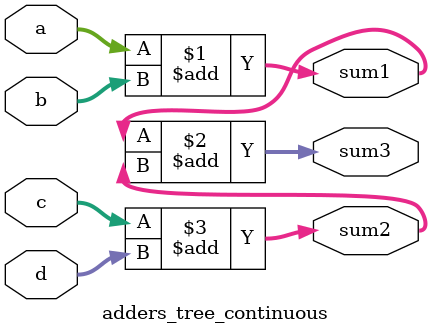
<source format=v>
module adders_tree_continuous(
	input [3:0] a,
	input [3:0] b,
	input [7:0] c,
	input [7:0] d,
	output [4:0] sum1,
	output [8:0] sum2,
	output [9:0] sum3
);

	// The order of the assignments is NOT important
	assign sum1 = a + b;
	assign sum3 = sum1 + sum2;
	assign sum2 = c + d;
	
endmodule

</source>
